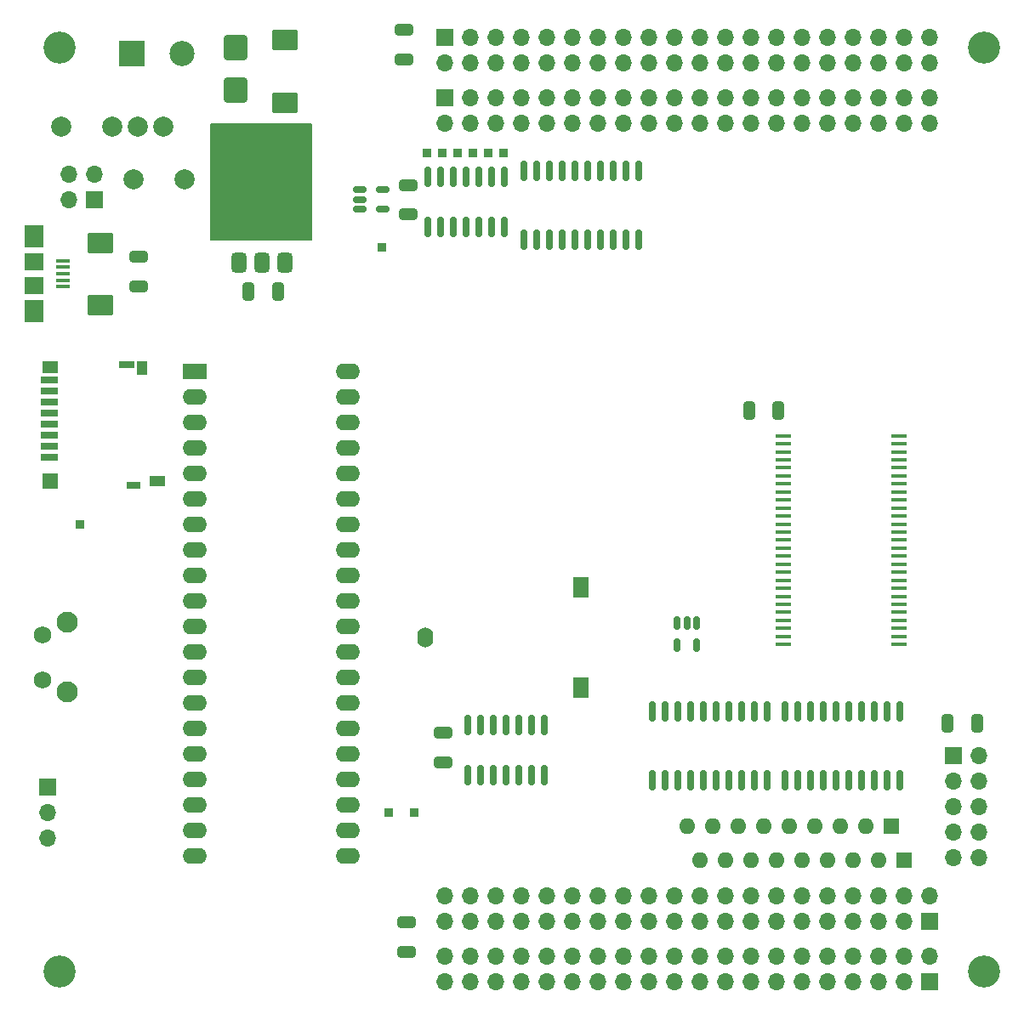
<source format=gbr>
%TF.GenerationSoftware,KiCad,Pcbnew,8.0.5-8.0.5-0~ubuntu22.04.1*%
%TF.CreationDate,2024-09-17T15:44:00+02:00*%
%TF.ProjectId,RamRomBoard,52616d52-6f6d-4426-9f61-72642e6b6963,rev?*%
%TF.SameCoordinates,Original*%
%TF.FileFunction,Soldermask,Top*%
%TF.FilePolarity,Negative*%
%FSLAX46Y46*%
G04 Gerber Fmt 4.6, Leading zero omitted, Abs format (unit mm)*
G04 Created by KiCad (PCBNEW 8.0.5-8.0.5-0~ubuntu22.04.1) date 2024-09-17 15:44:00*
%MOMM*%
%LPD*%
G01*
G04 APERTURE LIST*
G04 Aperture macros list*
%AMRoundRect*
0 Rectangle with rounded corners*
0 $1 Rounding radius*
0 $2 $3 $4 $5 $6 $7 $8 $9 X,Y pos of 4 corners*
0 Add a 4 corners polygon primitive as box body*
4,1,4,$2,$3,$4,$5,$6,$7,$8,$9,$2,$3,0*
0 Add four circle primitives for the rounded corners*
1,1,$1+$1,$2,$3*
1,1,$1+$1,$4,$5*
1,1,$1+$1,$6,$7*
1,1,$1+$1,$8,$9*
0 Add four rect primitives between the rounded corners*
20,1,$1+$1,$2,$3,$4,$5,0*
20,1,$1+$1,$4,$5,$6,$7,0*
20,1,$1+$1,$6,$7,$8,$9,0*
20,1,$1+$1,$8,$9,$2,$3,0*%
G04 Aperture macros list end*
%ADD10RoundRect,0.250000X-0.650000X0.325000X-0.650000X-0.325000X0.650000X-0.325000X0.650000X0.325000X0*%
%ADD11R,1.700000X1.700000*%
%ADD12O,1.700000X1.700000*%
%ADD13R,0.850000X0.850000*%
%ADD14RoundRect,0.150000X-0.150000X0.825000X-0.150000X-0.825000X0.150000X-0.825000X0.150000X0.825000X0*%
%ADD15R,2.400000X1.600000*%
%ADD16O,2.400000X1.600000*%
%ADD17RoundRect,0.250000X1.025000X-0.787500X1.025000X0.787500X-1.025000X0.787500X-1.025000X-0.787500X0*%
%ADD18R,1.400000X0.400000*%
%ADD19R,1.900000X2.300000*%
%ADD20R,1.900000X1.800000*%
%ADD21RoundRect,0.150000X-0.512500X-0.150000X0.512500X-0.150000X0.512500X0.150000X-0.512500X0.150000X0*%
%ADD22R,2.500000X2.500000*%
%ADD23C,2.500000*%
%ADD24R,1.600000X1.600000*%
%ADD25O,1.600000X1.600000*%
%ADD26RoundRect,0.250000X0.325000X0.650000X-0.325000X0.650000X-0.325000X-0.650000X0.325000X-0.650000X0*%
%ADD27RoundRect,0.150000X0.150000X-0.825000X0.150000X0.825000X-0.150000X0.825000X-0.150000X-0.825000X0*%
%ADD28RoundRect,0.150000X-0.150000X0.512500X-0.150000X-0.512500X0.150000X-0.512500X0.150000X0.512500X0*%
%ADD29RoundRect,0.375000X0.375000X-0.625000X0.375000X0.625000X-0.375000X0.625000X-0.375000X-0.625000X0*%
%ADD30RoundRect,0.500000X1.400000X-0.500000X1.400000X0.500000X-1.400000X0.500000X-1.400000X-0.500000X0*%
%ADD31C,2.100000*%
%ADD32C,1.750000*%
%ADD33R,1.750000X0.700000*%
%ADD34R,1.000000X1.450000*%
%ADD35R,1.550000X1.000000*%
%ADD36R,1.500000X0.800000*%
%ADD37R,1.500000X1.300000*%
%ADD38R,1.500000X1.500000*%
%ADD39R,1.400000X0.800000*%
%ADD40RoundRect,0.150000X-0.150000X0.837500X-0.150000X-0.837500X0.150000X-0.837500X0.150000X0.837500X0*%
%ADD41C,3.200000*%
%ADD42RoundRect,0.250000X-1.025000X0.787500X-1.025000X-0.787500X1.025000X-0.787500X1.025000X0.787500X0*%
%ADD43R,1.510000X0.458000*%
%ADD44R,1.600000X2.000000*%
%ADD45O,1.600000X2.000000*%
%ADD46C,2.000000*%
%ADD47RoundRect,0.150000X0.150000X-0.837500X0.150000X0.837500X-0.150000X0.837500X-0.150000X-0.837500X0*%
%ADD48RoundRect,0.250000X-0.325000X-0.650000X0.325000X-0.650000X0.325000X0.650000X-0.325000X0.650000X0*%
%ADD49RoundRect,0.250000X0.650000X-0.325000X0.650000X0.325000X-0.650000X0.325000X-0.650000X-0.325000X0*%
%ADD50RoundRect,0.250000X0.900000X-1.000000X0.900000X1.000000X-0.900000X1.000000X-0.900000X-1.000000X0*%
G04 APERTURE END LIST*
D10*
%TO.C,C2*%
X88524600Y-141153595D03*
X88524600Y-144103595D03*
%TD*%
D11*
%TO.C,J8*%
X57482000Y-69174995D03*
D12*
X54942000Y-69174995D03*
X57482000Y-66634995D03*
X54942000Y-66634995D03*
%TD*%
D13*
%TO.C,TP9*%
X89281000Y-130175000D03*
%TD*%
D11*
%TO.C,J1*%
X92367000Y-53000000D03*
D12*
X92367000Y-55540000D03*
X94907000Y-53000000D03*
X94907000Y-55540000D03*
X97447000Y-53000000D03*
X97447000Y-55540000D03*
X99987000Y-53000000D03*
X99987000Y-55540000D03*
X102527000Y-53000000D03*
X102527000Y-55540000D03*
X105067000Y-53000000D03*
X105067000Y-55540000D03*
X107607000Y-53000000D03*
X107607000Y-55540000D03*
X110147000Y-53000000D03*
X110147000Y-55540000D03*
X112687000Y-53000000D03*
X112687000Y-55540000D03*
X115227000Y-53000000D03*
X115227000Y-55540000D03*
X117767000Y-53000000D03*
X117767000Y-55540000D03*
X120307000Y-53000000D03*
X120307000Y-55540000D03*
X122847000Y-53000000D03*
X122847000Y-55540000D03*
X125387000Y-53000000D03*
X125387000Y-55540000D03*
X127927000Y-53000000D03*
X127927000Y-55540000D03*
X130467000Y-53000000D03*
X130467000Y-55540000D03*
X133007000Y-53000000D03*
X133007000Y-55540000D03*
X135547000Y-53000000D03*
X135547000Y-55540000D03*
X138087000Y-53000000D03*
X138087000Y-55540000D03*
X140627000Y-53000000D03*
X140627000Y-55540000D03*
%TD*%
D14*
%TO.C,U1*%
X102266000Y-121496995D03*
X100996000Y-121496995D03*
X99726000Y-121496995D03*
X98456000Y-121496995D03*
X97186000Y-121496995D03*
X95916000Y-121496995D03*
X94646000Y-121496995D03*
X94646000Y-126446995D03*
X95916000Y-126446995D03*
X97186000Y-126446995D03*
X98456000Y-126446995D03*
X99726000Y-126446995D03*
X100996000Y-126446995D03*
X102266000Y-126446995D03*
%TD*%
D15*
%TO.C,J7*%
X67437000Y-86233000D03*
D16*
X67437000Y-88773000D03*
X67437000Y-91313000D03*
X67437000Y-93853000D03*
X67437000Y-96393000D03*
X67437000Y-98933000D03*
X67437000Y-101473000D03*
X67437000Y-104013000D03*
X67437000Y-106553000D03*
X67437000Y-109093000D03*
X67437000Y-111633000D03*
X67437000Y-114173000D03*
X67437000Y-116713000D03*
X67437000Y-119253000D03*
X67437000Y-121793000D03*
X67437000Y-124333000D03*
X67437000Y-126873000D03*
X67437000Y-129413000D03*
X67437000Y-131953000D03*
X67437000Y-134493000D03*
X82677000Y-134493000D03*
X82677000Y-131953000D03*
X82677000Y-129413000D03*
X82677000Y-126873000D03*
X82677000Y-124333000D03*
X82677000Y-121793000D03*
X82677000Y-119253000D03*
X82677000Y-116713000D03*
X82677000Y-114173000D03*
X82677000Y-111633000D03*
X82677000Y-109093000D03*
X82677000Y-106553000D03*
X82677000Y-104013000D03*
X82677000Y-101473000D03*
X82677000Y-98933000D03*
X82677000Y-96393000D03*
X82677000Y-93853000D03*
X82677000Y-91313000D03*
X82677000Y-88773000D03*
X82677000Y-86233000D03*
%TD*%
D17*
%TO.C,C15*%
X76460000Y-59466495D03*
X76460000Y-53241495D03*
%TD*%
D13*
%TO.C,TP1*%
X95154000Y-64470995D03*
%TD*%
D18*
%TO.C,J6*%
X54310000Y-75205995D03*
X54310000Y-75855995D03*
X54310000Y-76505995D03*
X54310000Y-77155995D03*
X54310000Y-77805995D03*
D19*
X51460000Y-72755995D03*
D20*
X51460000Y-75355995D03*
X51460000Y-77655995D03*
D19*
X51460000Y-80255995D03*
%TD*%
D21*
%TO.C,U6*%
X83885000Y-68153995D03*
X83885000Y-69103995D03*
X83885000Y-70053995D03*
X86160000Y-70053995D03*
X86160000Y-68153995D03*
%TD*%
D11*
%TO.C,J4*%
X140627000Y-141000000D03*
D12*
X140627000Y-138460000D03*
X138087000Y-141000000D03*
X138087000Y-138460000D03*
X135547000Y-141000000D03*
X135547000Y-138460000D03*
X133007000Y-141000000D03*
X133007000Y-138460000D03*
X130467000Y-141000000D03*
X130467000Y-138460000D03*
X127927000Y-141000000D03*
X127927000Y-138460000D03*
X125387000Y-141000000D03*
X125387000Y-138460000D03*
X122847000Y-141000000D03*
X122847000Y-138460000D03*
X120307000Y-141000000D03*
X120307000Y-138460000D03*
X117767000Y-141000000D03*
X117767000Y-138460000D03*
X115227000Y-141000000D03*
X115227000Y-138460000D03*
X112687000Y-141000000D03*
X112687000Y-138460000D03*
X110147000Y-141000000D03*
X110147000Y-138460000D03*
X107607000Y-141000000D03*
X107607000Y-138460000D03*
X105067000Y-141000000D03*
X105067000Y-138460000D03*
X102527000Y-141000000D03*
X102527000Y-138460000D03*
X99987000Y-141000000D03*
X99987000Y-138460000D03*
X97447000Y-141000000D03*
X97447000Y-138460000D03*
X94907000Y-141000000D03*
X94907000Y-138460000D03*
X92367000Y-141000000D03*
X92367000Y-138460000D03*
%TD*%
D22*
%TO.C,J5*%
X61200000Y-54600000D03*
D23*
X66200000Y-54600000D03*
%TD*%
D13*
%TO.C,TP7*%
X86060000Y-73853995D03*
%TD*%
D24*
%TO.C,RN4*%
X138049000Y-134955995D03*
D25*
X135509000Y-134955995D03*
X132969000Y-134955995D03*
X130429000Y-134955995D03*
X127889000Y-134955995D03*
X125349000Y-134955995D03*
X122809000Y-134955995D03*
X120269000Y-134955995D03*
X117729000Y-134955995D03*
%TD*%
D11*
%TO.C,JP1*%
X52832000Y-127635000D03*
D12*
X52832000Y-130175000D03*
X52832000Y-132715000D03*
%TD*%
D26*
%TO.C,C14*%
X75743000Y-78253995D03*
X72793000Y-78253995D03*
%TD*%
D13*
%TO.C,TP3*%
X98202000Y-64470995D03*
%TD*%
%TO.C,TP8*%
X86741000Y-130175000D03*
%TD*%
D24*
%TO.C,RN3*%
X136779000Y-131572000D03*
D25*
X134239000Y-131572000D03*
X131699000Y-131572000D03*
X129159000Y-131572000D03*
X126619000Y-131572000D03*
X124079000Y-131572000D03*
X121539000Y-131572000D03*
X118999000Y-131572000D03*
X116459000Y-131572000D03*
%TD*%
D27*
%TO.C,U3*%
X90709000Y-71822795D03*
X91979000Y-71822795D03*
X93249000Y-71822795D03*
X94519000Y-71822795D03*
X95789000Y-71822795D03*
X97059000Y-71822795D03*
X98329000Y-71822795D03*
X98329000Y-66872795D03*
X97059000Y-66872795D03*
X95789000Y-66872795D03*
X94519000Y-66872795D03*
X93249000Y-66872795D03*
X91979000Y-66872795D03*
X90709000Y-66872795D03*
%TD*%
D28*
%TO.C,U10*%
X117409000Y-111270995D03*
X116459000Y-111270995D03*
X115509000Y-111270995D03*
X115509000Y-113545995D03*
X117409000Y-113545995D03*
%TD*%
D10*
%TO.C,C6*%
X61880000Y-74806995D03*
X61880000Y-77756995D03*
%TD*%
D29*
%TO.C,U2*%
X71868000Y-75403995D03*
X74168000Y-75403995D03*
D30*
X74168000Y-69103995D03*
D29*
X76468000Y-75403995D03*
%TD*%
D13*
%TO.C,TP6*%
X93630000Y-64470995D03*
%TD*%
D31*
%TO.C,SW2*%
X54811500Y-118206000D03*
X54811500Y-111196000D03*
D32*
X52321500Y-116956000D03*
X52321500Y-112456000D03*
%TD*%
D13*
%TO.C,TP2*%
X96676000Y-64470995D03*
%TD*%
D11*
%TO.C,J2*%
X140627000Y-147000000D03*
D12*
X140627000Y-144460000D03*
X138087000Y-147000000D03*
X138087000Y-144460000D03*
X135547000Y-147000000D03*
X135547000Y-144460000D03*
X133007000Y-147000000D03*
X133007000Y-144460000D03*
X130467000Y-147000000D03*
X130467000Y-144460000D03*
X127927000Y-147000000D03*
X127927000Y-144460000D03*
X125387000Y-147000000D03*
X125387000Y-144460000D03*
X122847000Y-147000000D03*
X122847000Y-144460000D03*
X120307000Y-147000000D03*
X120307000Y-144460000D03*
X117767000Y-147000000D03*
X117767000Y-144460000D03*
X115227000Y-147000000D03*
X115227000Y-144460000D03*
X112687000Y-147000000D03*
X112687000Y-144460000D03*
X110147000Y-147000000D03*
X110147000Y-144460000D03*
X107607000Y-147000000D03*
X107607000Y-144460000D03*
X105067000Y-147000000D03*
X105067000Y-144460000D03*
X102527000Y-147000000D03*
X102527000Y-144460000D03*
X99987000Y-147000000D03*
X99987000Y-144460000D03*
X97447000Y-147000000D03*
X97447000Y-144460000D03*
X94907000Y-147000000D03*
X94907000Y-144460000D03*
X92367000Y-147000000D03*
X92367000Y-144460000D03*
%TD*%
D11*
%TO.C,J9*%
X143000000Y-124500000D03*
D12*
X145540000Y-124500000D03*
X143000000Y-127040000D03*
X145540000Y-127040000D03*
X143000000Y-129580000D03*
X145540000Y-129580000D03*
X143000000Y-132120000D03*
X145540000Y-132120000D03*
X143000000Y-134660000D03*
X145540000Y-134660000D03*
%TD*%
D33*
%TO.C,J10*%
X52969000Y-94762000D03*
X52969000Y-93662000D03*
X52969000Y-92562000D03*
X52969000Y-91462000D03*
X52969000Y-90362000D03*
X52969000Y-89262000D03*
X52969000Y-88162000D03*
X52969000Y-87062000D03*
D34*
X62194000Y-85937000D03*
D35*
X63769000Y-97162000D03*
D36*
X60694000Y-85612000D03*
D37*
X53094000Y-85862000D03*
D38*
X53094000Y-97212000D03*
D39*
X61344000Y-97562000D03*
%TD*%
D40*
%TO.C,U16*%
X124460000Y-120088495D03*
X123190000Y-120088495D03*
X121920000Y-120088495D03*
X120650000Y-120088495D03*
X119380000Y-120088495D03*
X118110000Y-120088495D03*
X116840000Y-120088495D03*
X115570000Y-120088495D03*
X114300000Y-120088495D03*
X113030000Y-120088495D03*
X113030000Y-127013495D03*
X114300000Y-127013495D03*
X115570000Y-127013495D03*
X116840000Y-127013495D03*
X118110000Y-127013495D03*
X119380000Y-127013495D03*
X120650000Y-127013495D03*
X121920000Y-127013495D03*
X123190000Y-127013495D03*
X124460000Y-127013495D03*
%TD*%
D41*
%TO.C,H3*%
X146000000Y-54000000D03*
%TD*%
D13*
%TO.C,TP4*%
X90582000Y-64470995D03*
%TD*%
%TO.C,TP14*%
X56007000Y-101473000D03*
%TD*%
D26*
%TO.C,C11*%
X125585000Y-90170000D03*
X122635000Y-90170000D03*
%TD*%
D42*
%TO.C,C4*%
X58070000Y-73423495D03*
X58070000Y-79648495D03*
%TD*%
D43*
%TO.C,U11*%
X137576000Y-113449495D03*
X137576000Y-112649495D03*
X137576000Y-111849495D03*
X137576000Y-111049495D03*
X137576000Y-110249495D03*
X137576000Y-109449495D03*
X137576000Y-108649495D03*
X137576000Y-107849495D03*
X137576000Y-107049495D03*
X137576000Y-106249495D03*
X137576000Y-105449495D03*
X137576000Y-104649495D03*
X137576000Y-103849495D03*
X137576000Y-103049495D03*
X137576000Y-102249495D03*
X137576000Y-101449495D03*
X137576000Y-100649495D03*
X137576000Y-99849495D03*
X137576000Y-99049495D03*
X137576000Y-98249495D03*
X137576000Y-97449495D03*
X137576000Y-96649495D03*
X137576000Y-95849495D03*
X137576000Y-95049495D03*
X137576000Y-94249495D03*
X137576000Y-93449495D03*
X137576000Y-92649495D03*
X126076000Y-92649495D03*
X126076000Y-93449495D03*
X126076000Y-94249495D03*
X126076000Y-95049495D03*
X126076000Y-95849495D03*
X126076000Y-96649495D03*
X126076000Y-97449495D03*
X126076000Y-98249495D03*
X126076000Y-99049495D03*
X126076000Y-99849495D03*
X126076000Y-100649495D03*
X126076000Y-101449495D03*
X126076000Y-102249495D03*
X126076000Y-103049495D03*
X126076000Y-103849495D03*
X126076000Y-104649495D03*
X126076000Y-105449495D03*
X126076000Y-106249495D03*
X126076000Y-107049495D03*
X126076000Y-107849495D03*
X126076000Y-108649495D03*
X126076000Y-109449495D03*
X126076000Y-110249495D03*
X126076000Y-111049495D03*
X126076000Y-111849495D03*
X126076000Y-112649495D03*
X126076000Y-113449495D03*
%TD*%
D44*
%TO.C,BT1*%
X105918000Y-117776000D03*
X105918000Y-107776000D03*
D45*
X90418000Y-112776000D03*
%TD*%
D46*
%TO.C,SW1*%
X59220000Y-61853995D03*
X61760000Y-61853995D03*
X64300000Y-61853995D03*
X54140000Y-61853995D03*
%TD*%
D11*
%TO.C,J3*%
X92367000Y-59000000D03*
D12*
X92367000Y-61540000D03*
X94907000Y-59000000D03*
X94907000Y-61540000D03*
X97447000Y-59000000D03*
X97447000Y-61540000D03*
X99987000Y-59000000D03*
X99987000Y-61540000D03*
X102527000Y-59000000D03*
X102527000Y-61540000D03*
X105067000Y-59000000D03*
X105067000Y-61540000D03*
X107607000Y-59000000D03*
X107607000Y-61540000D03*
X110147000Y-59000000D03*
X110147000Y-61540000D03*
X112687000Y-59000000D03*
X112687000Y-61540000D03*
X115227000Y-59000000D03*
X115227000Y-61540000D03*
X117767000Y-59000000D03*
X117767000Y-61540000D03*
X120307000Y-59000000D03*
X120307000Y-61540000D03*
X122847000Y-59000000D03*
X122847000Y-61540000D03*
X125387000Y-59000000D03*
X125387000Y-61540000D03*
X127927000Y-59000000D03*
X127927000Y-61540000D03*
X130467000Y-59000000D03*
X130467000Y-61540000D03*
X133007000Y-59000000D03*
X133007000Y-61540000D03*
X135547000Y-59000000D03*
X135547000Y-61540000D03*
X138087000Y-59000000D03*
X138087000Y-61540000D03*
X140627000Y-59000000D03*
X140627000Y-61540000D03*
%TD*%
D47*
%TO.C,U19*%
X100270000Y-73153995D03*
X101540000Y-73153995D03*
X102810000Y-73153995D03*
X104080000Y-73153995D03*
X105350000Y-73153995D03*
X106620000Y-73153995D03*
X107890000Y-73153995D03*
X109160000Y-73153995D03*
X110430000Y-73153995D03*
X111700000Y-73153995D03*
X111700000Y-66228995D03*
X110430000Y-66228995D03*
X109160000Y-66228995D03*
X107890000Y-66228995D03*
X106620000Y-66228995D03*
X105350000Y-66228995D03*
X104080000Y-66228995D03*
X102810000Y-66228995D03*
X101540000Y-66228995D03*
X100270000Y-66228995D03*
%TD*%
D48*
%TO.C,C16*%
X142416000Y-121285000D03*
X145366000Y-121285000D03*
%TD*%
D41*
%TO.C,H1*%
X54000000Y-54000000D03*
%TD*%
D49*
%TO.C,C1*%
X88296000Y-55150995D03*
X88296000Y-52200995D03*
%TD*%
D41*
%TO.C,H2*%
X54000000Y-146000000D03*
%TD*%
D49*
%TO.C,C8*%
X92233000Y-125176995D03*
X92233000Y-122226995D03*
%TD*%
D46*
%TO.C,F1*%
X61372000Y-67137995D03*
X66452000Y-67147995D03*
%TD*%
D40*
%TO.C,U15*%
X137668000Y-120088495D03*
X136398000Y-120088495D03*
X135128000Y-120088495D03*
X133858000Y-120088495D03*
X132588000Y-120088495D03*
X131318000Y-120088495D03*
X130048000Y-120088495D03*
X128778000Y-120088495D03*
X127508000Y-120088495D03*
X126238000Y-120088495D03*
X126238000Y-127013495D03*
X127508000Y-127013495D03*
X128778000Y-127013495D03*
X130048000Y-127013495D03*
X131318000Y-127013495D03*
X132588000Y-127013495D03*
X133858000Y-127013495D03*
X135128000Y-127013495D03*
X136398000Y-127013495D03*
X137668000Y-127013495D03*
%TD*%
D10*
%TO.C,C7*%
X88702400Y-67669595D03*
X88702400Y-70619595D03*
%TD*%
D13*
%TO.C,TP5*%
X92106000Y-64470995D03*
%TD*%
D50*
%TO.C,D1*%
X71532000Y-58247995D03*
X71532000Y-53947995D03*
%TD*%
D41*
%TO.C,H4*%
X146000000Y-146000000D03*
%TD*%
G36*
X79097419Y-61569027D02*
G01*
X79143177Y-61621828D01*
X79154386Y-61673373D01*
X79152026Y-73110021D01*
X79132328Y-73177056D01*
X79079514Y-73222800D01*
X79028026Y-73233995D01*
X69116000Y-73233995D01*
X69048961Y-73214310D01*
X69003206Y-73161506D01*
X68992000Y-73109995D01*
X68992000Y-61673986D01*
X69011685Y-61606947D01*
X69064489Y-61561192D01*
X69115992Y-61549986D01*
X79030378Y-61549347D01*
X79097419Y-61569027D01*
G37*
M02*

</source>
